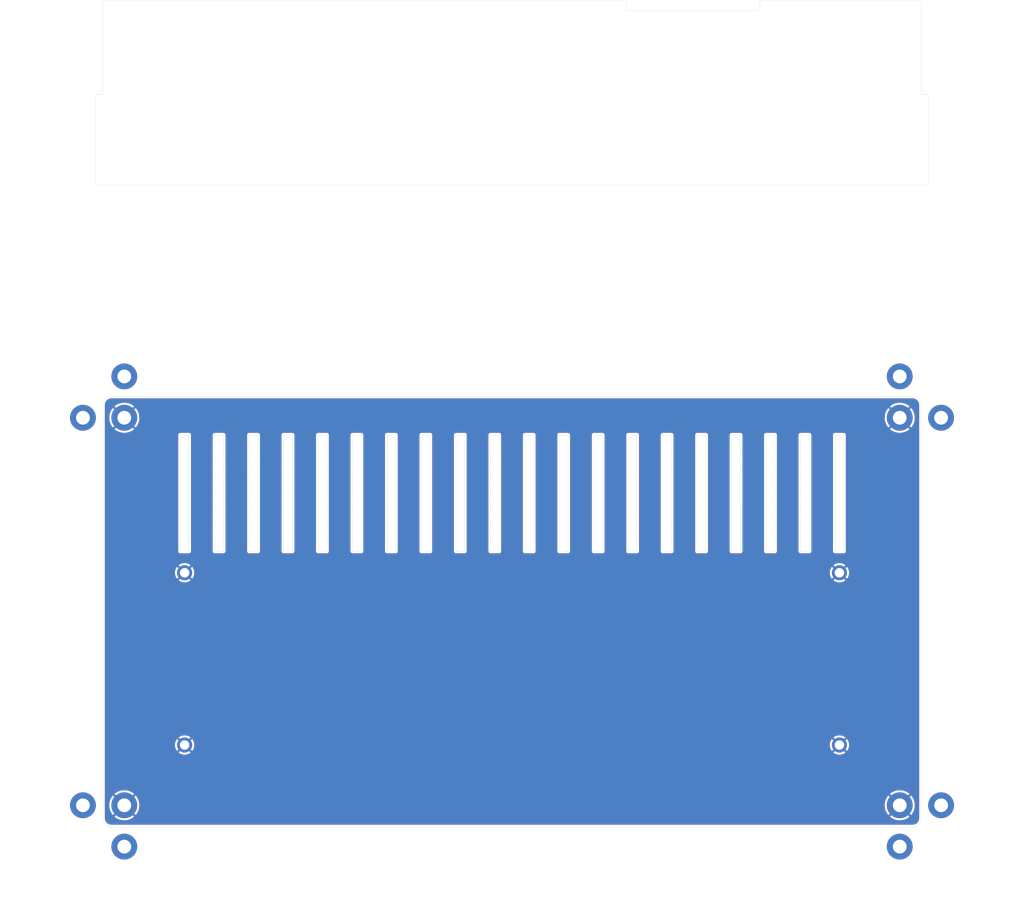
<source format=kicad_pcb>
(kicad_pcb (version 20240108) (generator "pcbnew") (generator_version "8.0")
  (layers (0 "F.Cu" signal) (31 "B.Cu" signal) (34 "B.Paste" user) (35 "F.Paste" user) (36 "B.SilkS" user "B.Silkscreen") (37 "F.SilkS" user "F.Silkscreen") (38 "B.Mask" user) (39 "F.Mask" user) (44 "Edge.Cuts" user))
  (net 0 "")
  (net 1 "GND")
  (footprint "PCM_SL_Mechanical:MountingHole_3.2mm_Pad" (layer "F.Cu") (at 74.5 121.2)
    (property "Reference" "H2" (hide yes))
    (property "Value" "MountingHole_M3_3.2mm_Pad" (hide yes))
    (pad "1" thru_hole circle (at 0 0) (size 6 6) (drill 3.2) (layers "*.Cu" "*.Mask") (net 1 "GND"))
  )
  (footprint "MountingHole:MountingHole_2.2mm_M2_ISO7380_Pad" (layer "F.Cu") (at 88.5 197.2)
    (property "Reference" "H6" (hide yes))
    (property "Value" "MountingHole_Pad" (hide yes))
    (pad "1" thru_hole circle (at 0 0) (size 3.5 3.5) (drill 2.2) (layers "*.Cu" "*.Mask") (net 1 "GND"))
  )
  (footprint "PCM_SL_Mechanical:MountingHole_3.2mm_Pad" (layer "F.Cu") (at 254.5 220.8)
    (property "Reference" "H18" (hide yes))
    (property "Value" "MountingHole_M3_3.2mm_Pad")
    (pad "1" thru_hole circle (at 0 0) (size 6 6) (drill 3.2) (layers "*.Cu" "*.Mask") (net 1 "GND"))
  )
  (footprint "MountingHole:MountingHole_2.2mm_M2_ISO7380_Pad" (layer "F.Cu") (at 88.5 157.2)
    (property "Reference" "H7" (hide yes))
    (property "Value" "MountingHole_Pad" (hide yes))
    (pad "1" thru_hole circle (at 0 0) (size 3.5 3.5) (drill 2.2) (layers "*.Cu" "*.Mask") (net 1 "GND"))
  )
  (footprint "PCM_SL_Mechanical:MountingHole_3.2mm_Pad" (layer "F.Cu") (at 74.5 211.2)
    (property "Reference" "H1" (hide yes))
    (property "Value" "MountingHole_M3_3.2mm_Pad" (hide yes))
    (pad "1" thru_hole circle (at 0 0) (size 6 6) (drill 3.2) (layers "*.Cu" "*.Mask") (net 1 "GND"))
  )
  (footprint "PCM_SL_Mechanical:MountingHole_3.2mm_Pad" (layer "F.Cu") (at 64.9 211.2)
    (property "Reference" "H14" (hide yes))
    (property "Value" "MountingHole_M3_3.2mm_Pad")
    (pad "1" thru_hole circle (at 0 0) (size 6 6) (drill 3.2) (layers "*.Cu" "*.Mask") (net 1 "GND"))
  )
  (footprint "MountingHole:MountingHole_2.2mm_M2_ISO7380" (layer "F.Cu") (at 240.5 65.2)
    (property "Reference" "H10" (hide yes))
    (property "Value" "MountingHole")
    (pad "" np_thru_hole circle (at 0 0) (size 2.2 2.2) (drill 2.2) (layers "*.Cu" "*.Mask"))
  )
  (footprint "PCM_SL_Mechanical:MountingHole_3.2mm_Pad" (layer "F.Cu") (at 254.5 211.2)
    (property "Reference" "H4" (hide yes))
    (property "Value" "MountingHole_M3_3.2mm_Pad" (hide yes))
    (pad "1" thru_hole circle (at 0 0) (size 6 6) (drill 3.2) (layers "*.Cu" "*.Mask") (net 1 "GND"))
  )
  (footprint "MountingHole:MountingHole_2.2mm_M2_ISO7380_Pad" (layer "F.Cu") (at 240.5 197.2)
    (property "Reference" "H5" (hide yes))
    (property "Value" "MountingHole_Pad" (hide yes))
    (pad "1" thru_hole circle (at 0 0) (size 3.5 3.5) (drill 2.2) (layers "*.Cu" "*.Mask") (net 1 "GND"))
  )
  (footprint "PCM_SL_Mechanical:MountingHole_3.2mm_Pad" (layer "F.Cu") (at 254.5 111.6)
    (property "Reference" "H13" (hide yes))
    (property "Value" "MountingHole_M3_3.2mm_Pad")
    (pad "1" thru_hole circle (at 0 0) (size 6 6) (drill 3.2) (layers "*.Cu" "*.Mask") (net 1 "GND"))
  )
  (footprint "MountingHole:MountingHole_2.2mm_M2_ISO7380" (layer "F.Cu") (at 88.5 65.2)
    (property "Reference" "H9" (hide yes))
    (property "Value" "MountingHole")
    (pad "" np_thru_hole circle (at 0 0) (size 2.2 2.2) (drill 2.2) (layers "*.Cu" "*.Mask"))
  )
  (footprint "PCM_SL_Mechanical:MountingHole_3.2mm_Pad" (layer "F.Cu") (at 264.1 211.2)
    (property "Reference" "H12" (hide yes))
    (property "Value" "MountingHole_M3_3.2mm_Pad")
    (pad "1" thru_hole circle (at 0 0) (size 6 6) (drill 3.2) (layers "*.Cu" "*.Mask") (net 1 "GND"))
  )
  (footprint "MountingHole:MountingHole_2.2mm_M2_ISO7380_Pad" (layer "F.Cu") (at 240.5 157.2)
    (property "Reference" "H8" (hide yes))
    (property "Value" "MountingHole_Pad" (hide yes))
    (pad "1" thru_hole circle (at 0 0) (size 3.5 3.5) (drill 2.2) (layers "*.Cu" "*.Mask") (net 1 "GND"))
  )
  (footprint "PCM_SL_Mechanical:MountingHole_3.2mm_Pad" (layer "F.Cu") (at 254.5 121.2)
    (property "Reference" "H3" (hide yes))
    (property "Value" "MountingHole_M3_3.2mm_Pad" (hide yes))
    (pad "1" thru_hole circle (at 0 0) (size 6 6) (drill 3.2) (layers "*.Cu" "*.Mask") (net 1 "GND"))
  )
  (footprint "PCM_SL_Mechanical:MountingHole_3.2mm_Pad" (layer "F.Cu") (at 74.5 220.8)
    (property "Reference" "H16" (hide yes))
    (property "Value" "MountingHole_M3_3.2mm_Pad")
    (pad "1" thru_hole circle (at 0 0) (size 6 6) (drill 3.2) (layers "*.Cu" "*.Mask") (net 1 "GND"))
  )
  (footprint "PCM_SL_Mechanical:MountingHole_3.2mm_Pad" (layer "F.Cu") (at 74.5 111.6)
    (property "Reference" "H15" (hide yes))
    (property "Value" "MountingHole_M3_3.2mm_Pad")
    (pad "1" thru_hole circle (at 0 0) (size 6 6) (drill 3.2) (layers "*.Cu" "*.Mask") (net 1 "GND"))
  )
  (footprint "PCM_SL_Mechanical:MountingHole_3.2mm_Pad" (layer "F.Cu") (at 64.9 121.2)
    (property "Reference" "H17" (hide yes))
    (property "Value" "MountingHole_M3_3.2mm_Pad")
    (pad "1" thru_hole circle (at 0 0) (size 6 6) (drill 3.2) (layers "*.Cu" "*.Mask") (net 1 "GND"))
  )
  (footprint "PCM_SL_Mechanical:MountingHole_3.2mm_Pad" (layer "F.Cu") (at 264.1 121.2)
    (property "Reference" "H11" (hide yes))
    (property "Value" "MountingHole_M3_3.2mm_Pad")
    (pad "1" thru_hole circle (at 0 0) (size 6 6) (drill 3.2) (layers "*.Cu" "*.Mask") (net 1 "GND"))
  )
  (gr_line (start 67.9 46.1) (end 67.9 67.2) (stroke (width 0.05)) (layer "Edge.Cuts"))
  (gr_line (start 257.5 116.2) (end 71.5 116.2) (stroke (width 0.05)) (layer "Edge.Cuts"))
  (gr_line (start 191.05 24.2) (end 191.05 26.7) (stroke (width 0.05)) (layer "Edge.Cuts"))
  (gr_rect (start 127.5 125.2) (end 129.5 152.2) (stroke (width 0.05) (type dash)) (fill none) (layer "Edge.Cuts"))
  (gr_rect (start 183.5 125.2) (end 185.5 152.2) (stroke (width 0.05) (type dash)) (fill none) (layer "Edge.Cuts"))
  (gr_line (start 261.1 67.2) (end 261.1 46.1) (stroke (width 0.05)) (layer "Edge.Cuts"))
  (gr_rect (start 191.5 125.2) (end 193.5 152.2) (stroke (width 0.05) (type dash)) (fill none) (layer "Edge.Cuts"))
  (gr_line (start 222.05 26.7) (end 206.55 26.7) (stroke (width 0.05)) (layer "Edge.Cuts"))
  (gr_rect (start 135.5 125.2) (end 137.5 152.2) (stroke (width 0.05) (type dash)) (fill none) (layer "Edge.Cuts"))
  (gr_line (start 191.05 24.2) (end 69.5 24.2) (stroke (width 0.05)) (layer "Edge.Cuts"))
  (gr_rect (start 207.5 125.2) (end 209.5 152.2) (stroke (width 0.05) (type dash)) (fill none) (layer "Edge.Cuts"))
  (gr_line (start 69.5 118.2) (end 69.5 214.2) (stroke (width 0.05)) (layer "Edge.Cuts"))
  (gr_line (start 71.5 216.2) (end 257.5 216.2) (stroke (width 0.05)) (layer "Edge.Cuts"))
  (gr_arc (start 259.5 214.2) (mid 258.914214 215.614214) (end 257.5 216.2) (stroke (width 0.05)) (layer "Edge.Cuts"))
  (gr_arc (start 71.5 216.2) (mid 70.085786 215.614214) (end 69.5 214.2) (stroke (width 0.05)) (layer "Edge.Cuts"))
  (gr_line (start 206.55 26.7) (end 191.05 26.7) (stroke (width 0.05)) (layer "Edge.Cuts"))
  (gr_line (start 259.5 46.1) (end 259.5 25.1) (stroke (width 0.05)) (layer "Edge.Cuts"))
  (gr_rect (start 103.5 125.2) (end 105.5 152.2) (stroke (width 0.05) (type dash)) (fill none) (layer "Edge.Cuts"))
  (gr_arc (start 257.5 116.2) (mid 258.914214 116.785786) (end 259.5 118.2) (stroke (width 0.05)) (layer "Edge.Cuts"))
  (gr_rect (start 111.5 125.2) (end 113.5 152.2) (stroke (width 0.05) (type dash)) (fill none) (layer "Edge.Cuts"))
  (gr_rect (start 223.5 125.2) (end 225.5 152.2) (stroke (width 0.05) (type dash)) (fill none) (layer "Edge.Cuts"))
  (gr_line (start 259.5 24.2) (end 222.05 24.2) (stroke (width 0.05)) (layer "Edge.Cuts"))
  (gr_rect (start 215.5 125.2) (end 217.5 152.2) (stroke (width 0.05) (type dash)) (fill none) (layer "Edge.Cuts"))
  (gr_rect (start 119.5 125.2) (end 121.5 152.2) (stroke (width 0.05) (type dash)) (fill none) (layer "Edge.Cuts"))
  (gr_rect (start 167.5 125.2) (end 169.5 152.2) (stroke (width 0.05) (type dash)) (fill none) (layer "Edge.Cuts"))
  (gr_rect (start 175.5 125.2) (end 177.5 152.2) (stroke (width 0.05) (type dash)) (fill none) (layer "Edge.Cuts"))
  (gr_line (start 67.9 67.2) (end 69.5 67.2) (stroke (width 0.05)) (layer "Edge.Cuts"))
  (gr_arc (start 69.5 118.2) (mid 70.085786 116.785786) (end 71.5 116.2) (stroke (width 0.05)) (layer "Edge.Cuts"))
  (gr_line (start 69.5 24.2) (end 69.5 46.1) (stroke (width 0.05)) (layer "Edge.Cuts"))
  (gr_rect (start 239.5 125.2) (end 241.5 152.2) (stroke (width 0.05) (type dash)) (fill none) (layer "Edge.Cuts"))
  (gr_line (start 222.05 24.2) (end 222.05 26.7) (stroke (width 0.05)) (layer "Edge.Cuts"))
  (gr_rect (start 87.5 125.2) (end 89.5 152.2) (stroke (width 0.05) (type dash)) (fill none) (layer "Edge.Cuts"))
  (gr_rect (start 151.5 125.2) (end 153.5 152.2) (stroke (width 0.05) (type dash)) (fill none) (layer "Edge.Cuts"))
  (gr_rect (start 143.5 125.2) (end 145.5 152.2) (stroke (width 0.05) (type dash)) (fill none) (layer "Edge.Cuts"))
  (gr_line (start 261.1 46.1) (end 259.5 46.1) (stroke (width 0.05)) (layer "Edge.Cuts"))
  (gr_line (start 69.5 67.2) (end 259.5 67.2) (stroke (width 0.05)) (layer "Edge.Cuts"))
  (gr_line (start 69.5 46.1) (end 67.9 46.1) (stroke (width 0.05)) (layer "Edge.Cuts"))
  (gr_rect (start 95.5 125.2) (end 97.5 152.2) (stroke (width 0.05) (type dash)) (fill none) (layer "Edge.Cuts"))
  (gr_line (start 259.5 67.2) (end 261.1 67.2) (stroke (width 0.05)) (layer "Edge.Cuts"))
  (gr_rect (start 199.5 125.2) (end 201.5 152.2) (stroke (width 0.05) (type dash)) (fill none) (layer "Edge.Cuts"))
  (gr_line (start 259.5 214.2) (end 259.5 118.2) (stroke (width 0.05)) (layer "Edge.Cuts"))
  (gr_rect (start 231.5 125.2) (end 233.5 152.2) (stroke (width 0.05) (type dash)) (fill none) (layer "Edge.Cuts"))
  (gr_rect (start 159.5 125.2) (end 161.5 152.2) (stroke (width 0.05) (type dash)) (fill none) (layer "Edge.Cuts"))
  (zone (net 1) (net_name "GND") (layers "F&B.Cu") (connect_pads (clearance 0.5)) (min_thickness 0.25) (fill yes (thermal_gap 0.5) (thermal_bridge_width 0.5))
    (polygon (pts (xy 259.5 216.2) (xy 259.5 116.2) (xy 69.5 116.2) (xy 69.5 216.2)))
  )
)
</source>
